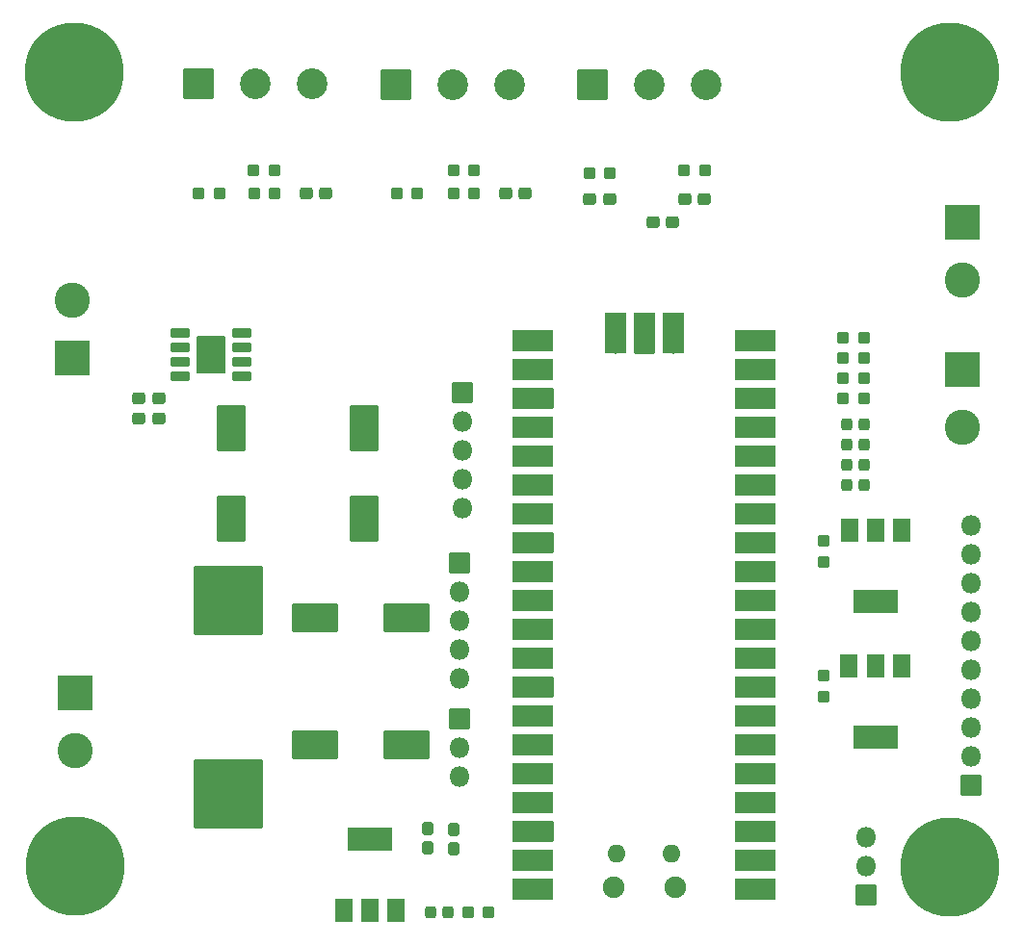
<source format=gts>
G04 #@! TF.GenerationSoftware,KiCad,Pcbnew,7.0.1*
G04 #@! TF.CreationDate,2023-03-29T21:51:57+02:00*
G04 #@! TF.ProjectId,Kallebol_elevation,4b616c6c-6562-46f6-9c5f-656c65766174,rev?*
G04 #@! TF.SameCoordinates,Original*
G04 #@! TF.FileFunction,Soldermask,Top*
G04 #@! TF.FilePolarity,Negative*
%FSLAX46Y46*%
G04 Gerber Fmt 4.6, Leading zero omitted, Abs format (unit mm)*
G04 Created by KiCad (PCBNEW 7.0.1) date 2023-03-29 21:51:57*
%MOMM*%
%LPD*%
G01*
G04 APERTURE LIST*
G04 Aperture macros list*
%AMRoundRect*
0 Rectangle with rounded corners*
0 $1 Rounding radius*
0 $2 $3 $4 $5 $6 $7 $8 $9 X,Y pos of 4 corners*
0 Add a 4 corners polygon primitive as box body*
4,1,4,$2,$3,$4,$5,$6,$7,$8,$9,$2,$3,0*
0 Add four circle primitives for the rounded corners*
1,1,$1+$1,$2,$3*
1,1,$1+$1,$4,$5*
1,1,$1+$1,$6,$7*
1,1,$1+$1,$8,$9*
0 Add four rect primitives between the rounded corners*
20,1,$1+$1,$2,$3,$4,$5,0*
20,1,$1+$1,$4,$5,$6,$7,0*
20,1,$1+$1,$6,$7,$8,$9,0*
20,1,$1+$1,$8,$9,$2,$3,0*%
G04 Aperture macros list end*
%ADD10C,8.702000*%
%ADD11RoundRect,0.051000X-1.500000X1.500000X-1.500000X-1.500000X1.500000X-1.500000X1.500000X1.500000X0*%
%ADD12C,3.102000*%
%ADD13RoundRect,0.288500X0.250000X0.237500X-0.250000X0.237500X-0.250000X-0.237500X0.250000X-0.237500X0*%
%ADD14RoundRect,0.051000X-0.750000X1.000000X-0.750000X-1.000000X0.750000X-1.000000X0.750000X1.000000X0*%
%ADD15RoundRect,0.051000X-1.900000X1.000000X-1.900000X-1.000000X1.900000X-1.000000X1.900000X1.000000X0*%
%ADD16RoundRect,0.288500X-0.250000X-0.237500X0.250000X-0.237500X0.250000X0.237500X-0.250000X0.237500X0*%
%ADD17RoundRect,0.288500X0.300000X0.237500X-0.300000X0.237500X-0.300000X-0.237500X0.300000X-0.237500X0*%
%ADD18RoundRect,0.301000X1.750000X1.000000X-1.750000X1.000000X-1.750000X-1.000000X1.750000X-1.000000X0*%
%ADD19RoundRect,0.269750X0.218750X0.256250X-0.218750X0.256250X-0.218750X-0.256250X0.218750X-0.256250X0*%
%ADD20RoundRect,0.051000X-1.300000X-1.300000X1.300000X-1.300000X1.300000X1.300000X-1.300000X1.300000X0*%
%ADD21C,2.702000*%
%ADD22RoundRect,0.051000X0.762500X-0.350000X0.762500X0.350000X-0.762500X0.350000X-0.762500X-0.350000X0*%
%ADD23RoundRect,0.051000X-1.200000X-1.600000X1.200000X-1.600000X1.200000X1.600000X-1.200000X1.600000X0*%
%ADD24RoundRect,0.051000X-0.850000X-0.850000X0.850000X-0.850000X0.850000X0.850000X-0.850000X0.850000X0*%
%ADD25O,1.802000X1.802000*%
%ADD26RoundRect,0.051000X1.500000X-1.500000X1.500000X1.500000X-1.500000X1.500000X-1.500000X-1.500000X0*%
%ADD27RoundRect,0.051000X3.000000X-3.000000X3.000000X3.000000X-3.000000X3.000000X-3.000000X-3.000000X0*%
%ADD28RoundRect,0.288500X-0.300000X-0.237500X0.300000X-0.237500X0.300000X0.237500X-0.300000X0.237500X0*%
%ADD29RoundRect,0.051000X0.850000X0.850000X-0.850000X0.850000X-0.850000X-0.850000X0.850000X-0.850000X0*%
%ADD30RoundRect,0.288500X-0.237500X0.250000X-0.237500X-0.250000X0.237500X-0.250000X0.237500X0.250000X0*%
%ADD31RoundRect,0.051000X0.750000X-1.000000X0.750000X1.000000X-0.750000X1.000000X-0.750000X-1.000000X0*%
%ADD32RoundRect,0.051000X1.900000X-1.000000X1.900000X1.000000X-1.900000X1.000000X-1.900000X-1.000000X0*%
%ADD33RoundRect,0.288500X0.237500X-0.300000X0.237500X0.300000X-0.237500X0.300000X-0.237500X-0.300000X0*%
%ADD34RoundRect,0.301000X1.000000X-1.750000X1.000000X1.750000X-1.000000X1.750000X-1.000000X-1.750000X0*%
%ADD35RoundRect,0.051000X-0.850000X1.750000X-0.850000X-1.750000X0.850000X-1.750000X0.850000X1.750000X0*%
%ADD36RoundRect,0.051000X1.750000X0.850000X-1.750000X0.850000X-1.750000X-0.850000X1.750000X-0.850000X0*%
%ADD37O,1.902000X1.902000*%
%ADD38O,1.602000X1.602000*%
G04 APERTURE END LIST*
D10*
X53000000Y-50000000D03*
X130000000Y-50000000D03*
X130000000Y-120000000D03*
X53086000Y-119888000D03*
D11*
X131064000Y-63246000D03*
D12*
X131064000Y-68326000D03*
D13*
X88185000Y-60706000D03*
X86360000Y-60706000D03*
D14*
X121130000Y-102260000D03*
D15*
X123430000Y-108560000D03*
D14*
X123430000Y-102260000D03*
X125730000Y-102260000D03*
D16*
X63961000Y-60706000D03*
X65786000Y-60706000D03*
D17*
X60452000Y-80518000D03*
X58727000Y-80518000D03*
D18*
X82232000Y-98044000D03*
X74232000Y-98044000D03*
D11*
X53086000Y-104648000D03*
D12*
X53086000Y-109728000D03*
D19*
X122479000Y-86360000D03*
X120904000Y-86360000D03*
D16*
X86360000Y-58674000D03*
X88185000Y-58674000D03*
D20*
X81280000Y-51105000D03*
D21*
X86280000Y-51105000D03*
X91280000Y-51105000D03*
D19*
X122479000Y-82804000D03*
X120904000Y-82804000D03*
X122479000Y-84582000D03*
X120904000Y-84582000D03*
X122479000Y-81026000D03*
X120904000Y-81026000D03*
D22*
X62312000Y-73025000D03*
X62312000Y-74295000D03*
X62312000Y-75565000D03*
X62312000Y-76835000D03*
X67736000Y-76835000D03*
X67736000Y-75565000D03*
X67736000Y-74295000D03*
X67736000Y-73025000D03*
D23*
X65024000Y-74930000D03*
D13*
X122428000Y-76962000D03*
X120603000Y-76962000D03*
D24*
X86868000Y-93218000D03*
D25*
X86868000Y-95758000D03*
X86868000Y-98298000D03*
X86868000Y-100838000D03*
X86868000Y-103378000D03*
D17*
X92657000Y-60706000D03*
X90932000Y-60706000D03*
D11*
X131064000Y-76200000D03*
D12*
X131064000Y-81280000D03*
D17*
X100076000Y-61214000D03*
X98351000Y-61214000D03*
D26*
X52832000Y-75184000D03*
D12*
X52832000Y-70104000D03*
D27*
X66548000Y-113538000D03*
X66548000Y-96538000D03*
D28*
X103886000Y-63246000D03*
X105611000Y-63246000D03*
X106680000Y-61214000D03*
X108405000Y-61214000D03*
D13*
X108458000Y-58674000D03*
X106633000Y-58674000D03*
D29*
X131826000Y-112776000D03*
D25*
X131826000Y-110236000D03*
X131826000Y-107696000D03*
X131826000Y-105156000D03*
X131826000Y-102616000D03*
X131826000Y-100076000D03*
X131826000Y-97536000D03*
X131826000Y-94996000D03*
X131826000Y-92456000D03*
X131826000Y-89916000D03*
D16*
X81383500Y-60706000D03*
X83208500Y-60706000D03*
D20*
X98552000Y-51105000D03*
D21*
X103552000Y-51105000D03*
X108552000Y-51105000D03*
D30*
X118872000Y-104949000D03*
X118872000Y-103124000D03*
D18*
X82232000Y-109220000D03*
X74232000Y-109220000D03*
D20*
X63914000Y-51054000D03*
D21*
X68914000Y-51054000D03*
X73914000Y-51054000D03*
D13*
X122428000Y-75184000D03*
X120603000Y-75184000D03*
D29*
X122657000Y-122413000D03*
D25*
X122657000Y-119873000D03*
X122657000Y-117333000D03*
D17*
X75131000Y-60706000D03*
X73406000Y-60706000D03*
X60452000Y-78740000D03*
X58727000Y-78740000D03*
D30*
X118872000Y-93114500D03*
X118872000Y-91289500D03*
D31*
X76694000Y-123800000D03*
X78994000Y-123800000D03*
D32*
X78994000Y-117500000D03*
D31*
X81294000Y-123800000D03*
D13*
X70659000Y-60706000D03*
X68834000Y-60706000D03*
D33*
X86360000Y-118364000D03*
X86360000Y-116639000D03*
D19*
X85903000Y-123952000D03*
X84328000Y-123952000D03*
D24*
X86893000Y-106949000D03*
D25*
X86893000Y-109489000D03*
X86893000Y-112029000D03*
D34*
X78486000Y-89344000D03*
X78486000Y-81344000D03*
D33*
X84074000Y-118311000D03*
X84074000Y-116586000D03*
D16*
X68787000Y-58674000D03*
X70612000Y-58674000D03*
D24*
X87122000Y-78232000D03*
D25*
X87122000Y-80772000D03*
X87122000Y-83312000D03*
X87122000Y-85852000D03*
X87122000Y-88392000D03*
D34*
X66802000Y-89344000D03*
X66802000Y-81344000D03*
D13*
X122428000Y-73406000D03*
X120603000Y-73406000D03*
D16*
X98298000Y-58928000D03*
X100123000Y-58928000D03*
X87630000Y-123952000D03*
X89455000Y-123952000D03*
D13*
X122428000Y-78740000D03*
X120603000Y-78740000D03*
D35*
X100584000Y-72990000D03*
D25*
X100584000Y-73890000D03*
D35*
X103124000Y-72990000D03*
D29*
X103124000Y-73890000D03*
D35*
X105664000Y-72990000D03*
D25*
X105664000Y-73890000D03*
D36*
X93334000Y-121920000D03*
D25*
X94234000Y-121920000D03*
D36*
X93334000Y-119380000D03*
D25*
X94234000Y-119380000D03*
D36*
X93334000Y-116840000D03*
D29*
X94234000Y-116840000D03*
D36*
X93334000Y-114300000D03*
D25*
X94234000Y-114300000D03*
D36*
X93334000Y-111760000D03*
D25*
X94234000Y-111760000D03*
D36*
X93334000Y-109220000D03*
D25*
X94234000Y-109220000D03*
D36*
X93334000Y-106680000D03*
D25*
X94234000Y-106680000D03*
D36*
X93334000Y-104140000D03*
D29*
X94234000Y-104140000D03*
D36*
X93334000Y-101600000D03*
D25*
X94234000Y-101600000D03*
D36*
X93334000Y-99060000D03*
D25*
X94234000Y-99060000D03*
D36*
X93334000Y-96520000D03*
D25*
X94234000Y-96520000D03*
D36*
X93334000Y-93980000D03*
D25*
X94234000Y-93980000D03*
D36*
X93334000Y-91440000D03*
D29*
X94234000Y-91440000D03*
D36*
X93334000Y-88900000D03*
D25*
X94234000Y-88900000D03*
D36*
X93334000Y-86360000D03*
D25*
X94234000Y-86360000D03*
D36*
X93334000Y-83820000D03*
D25*
X94234000Y-83820000D03*
D36*
X93334000Y-81280000D03*
D25*
X94234000Y-81280000D03*
D36*
X93334000Y-78740000D03*
D29*
X94234000Y-78740000D03*
D36*
X93334000Y-76200000D03*
D25*
X94234000Y-76200000D03*
D36*
X93334000Y-73660000D03*
D25*
X94234000Y-73660000D03*
D36*
X112914000Y-73660000D03*
D25*
X112014000Y-73660000D03*
D36*
X112914000Y-76200000D03*
D25*
X112014000Y-76200000D03*
D36*
X112914000Y-78740000D03*
D29*
X112014000Y-78740000D03*
D36*
X112914000Y-81280000D03*
D25*
X112014000Y-81280000D03*
D36*
X112914000Y-83820000D03*
D25*
X112014000Y-83820000D03*
D36*
X112914000Y-86360000D03*
D25*
X112014000Y-86360000D03*
D36*
X112914000Y-88900000D03*
D25*
X112014000Y-88900000D03*
D36*
X112914000Y-91440000D03*
D29*
X112014000Y-91440000D03*
D36*
X112914000Y-93980000D03*
D25*
X112014000Y-93980000D03*
D36*
X112914000Y-96520000D03*
D25*
X112014000Y-96520000D03*
D36*
X112914000Y-99060000D03*
D25*
X112014000Y-99060000D03*
D36*
X112914000Y-101600000D03*
D25*
X112014000Y-101600000D03*
D36*
X112914000Y-104140000D03*
D29*
X112014000Y-104140000D03*
D36*
X112914000Y-106680000D03*
D25*
X112014000Y-106680000D03*
D36*
X112914000Y-109220000D03*
D25*
X112014000Y-109220000D03*
D36*
X112914000Y-111760000D03*
D25*
X112014000Y-111760000D03*
D36*
X112914000Y-114300000D03*
D25*
X112014000Y-114300000D03*
D36*
X112914000Y-116840000D03*
D29*
X112014000Y-116840000D03*
D36*
X112914000Y-119380000D03*
D25*
X112014000Y-119380000D03*
D36*
X112914000Y-121920000D03*
D25*
X112014000Y-121920000D03*
D37*
X100399000Y-121790000D03*
D38*
X100699000Y-118760000D03*
X105549000Y-118760000D03*
D37*
X105849000Y-121790000D03*
D14*
X121144000Y-90322000D03*
D15*
X123444000Y-96622000D03*
D14*
X123444000Y-90322000D03*
X125744000Y-90322000D03*
M02*

</source>
